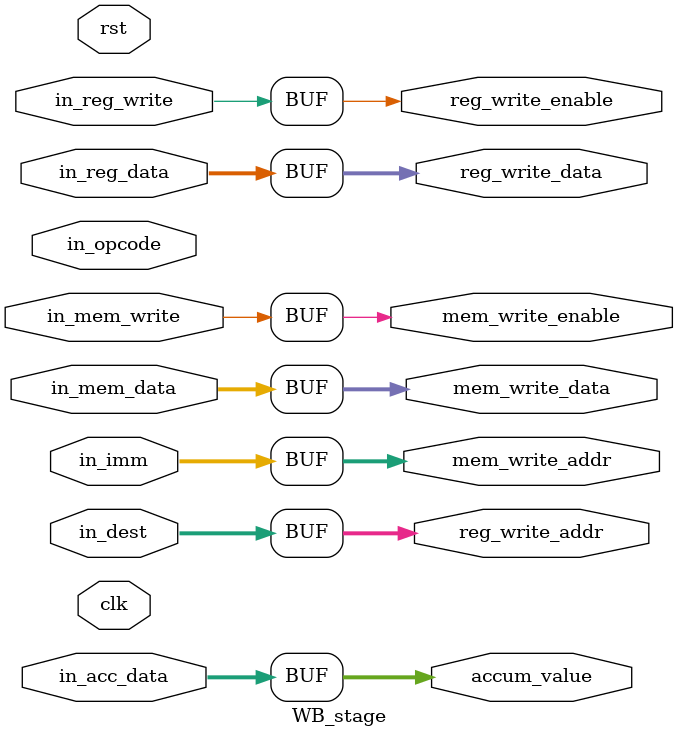
<source format=v>
`timescale 1ns / 1ps
module WB_stage(
    input  wire        clk,
    input  wire        rst,
    input  wire        in_reg_write,   // MEM_WB_reg에서 전달된 레지스터 쓰기 제어
    input  wire        in_mem_write,   // MEM_WB_reg에서 전달된 메모리 쓰기 제어
    input  wire [4:0]  in_dest,        // 쓰기 대상 레지스터 번호
    input  wire [7:0]  in_imm,         // 메모리 쓰기 대상 주소 (STO 명령용)
    input  wire [7:0]  in_acc_data,  // 최종 연산 결과 값 (레지스터/ACC 업데이트)
    input  wire [7:0]  in_mem_data,    // 메모리에 저장할 데이터 (STO 명령용)
	 input wire [2:0] in_opcode,
	 input wire [7:0] in_reg_data,
    output wire        reg_write_enable, // 상위 모듈의 레지스터 파일 쓰기 활성화
    output wire [4:0]  reg_write_addr,   // 상위 모듈에 전달할 레지스터 쓰기 주소
    output wire [7:0]  reg_write_data,   // 상위 모듈에 전달할 레지스터 쓰기 데이터
    output wire        mem_write_enable, // 상위 모듈의 데이터 메모리 쓰기 활성화
    output wire [7:0]  mem_write_addr,   // 상위 모듈에 전달할 메모리 쓰기 주소
    output wire [7:0]  mem_write_data,   // 상위 모듈에 전달할 메모리 쓰기 데이터
    output wire [7:0]  accum_value       // 갱신될 누산기(accumulator) 값
);



	
	
	 
    // 레지스터 파일 쓰기 제어 출력
    assign reg_write_enable = in_reg_write;
    assign reg_write_addr   = in_dest;
    assign reg_write_data   = in_reg_data;
    // 메모리 쓰기 제어 출력
    assign mem_write_enable = in_mem_write;
    assign mem_write_addr   = in_imm;
    assign mem_write_data   = in_mem_data;
    // 누산기(accum) 새 값 출력 (ALU 결과를 그대로 사용)
    assign accum_value      = in_acc_data;
	 
endmodule
</source>
